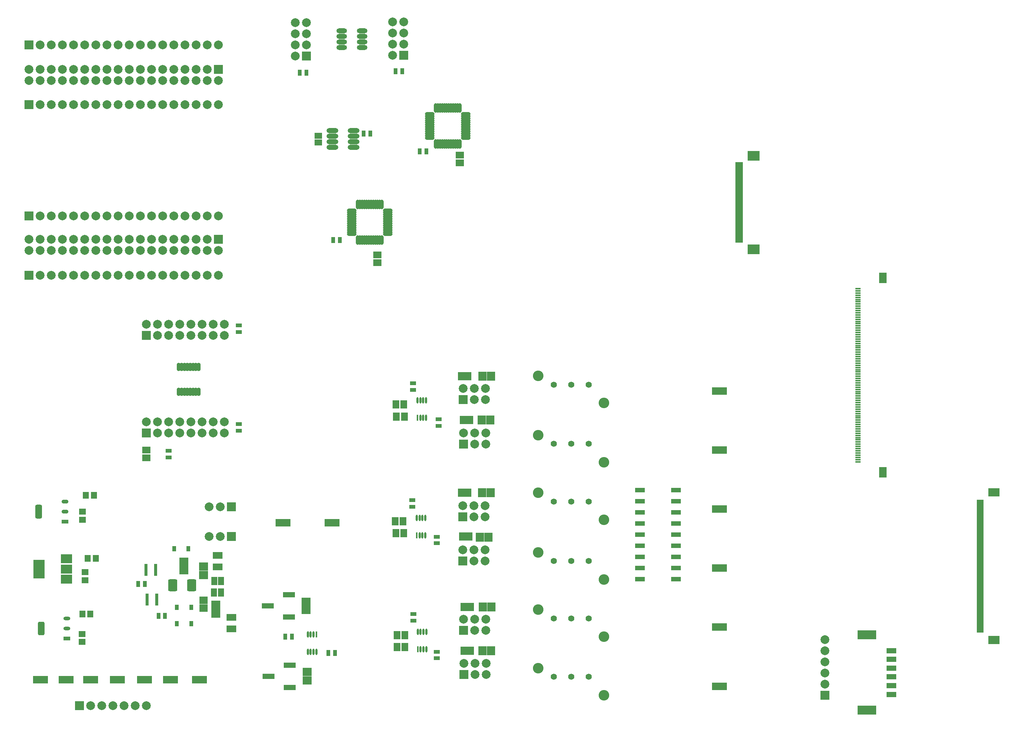
<source format=gts>
G04*
G04 #@! TF.GenerationSoftware,Altium Limited,Altium Designer,22.3.1 (43)*
G04*
G04 Layer_Color=8388736*
%FSLAX25Y25*%
%MOIN*%
G70*
G04*
G04 #@! TF.SameCoordinates,6E0130DB-2DEF-44AD-BCF0-1A686082A26A*
G04*
G04*
G04 #@! TF.FilePolarity,Negative*
G04*
G01*
G75*
G04:AMPARAMS|DCode=23|XSize=61.4mil|YSize=32.76mil|CornerRadius=16.38mil|HoleSize=0mil|Usage=FLASHONLY|Rotation=180.000|XOffset=0mil|YOffset=0mil|HoleType=Round|Shape=RoundedRectangle|*
%AMROUNDEDRECTD23*
21,1,0.06140,0.00000,0,0,180.0*
21,1,0.02864,0.03276,0,0,180.0*
1,1,0.03276,-0.01432,0.00000*
1,1,0.03276,0.01432,0.00000*
1,1,0.03276,0.01432,0.00000*
1,1,0.03276,-0.01432,0.00000*
%
%ADD23ROUNDEDRECTD23*%
G04:AMPARAMS|DCode=24|XSize=61.4mil|YSize=123.31mil|CornerRadius=16.27mil|HoleSize=0mil|Usage=FLASHONLY|Rotation=180.000|XOffset=0mil|YOffset=0mil|HoleType=Round|Shape=RoundedRectangle|*
%AMROUNDEDRECTD24*
21,1,0.06140,0.09077,0,0,180.0*
21,1,0.02886,0.12331,0,0,180.0*
1,1,0.03254,-0.01443,0.04538*
1,1,0.03254,0.01443,0.04538*
1,1,0.03254,0.01443,-0.04538*
1,1,0.03254,-0.01443,-0.04538*
%
%ADD24ROUNDEDRECTD24*%
%ADD25R,0.06140X0.03276*%
%ADD26R,0.09874X0.16961*%
%ADD27R,0.09874X0.07906*%
%ADD28R,0.06316X0.03464*%
G04:AMPARAMS|DCode=29|XSize=63.16mil|YSize=34.64mil|CornerRadius=17.32mil|HoleSize=0mil|Usage=FLASHONLY|Rotation=180.000|XOffset=0mil|YOffset=0mil|HoleType=Round|Shape=RoundedRectangle|*
%AMROUNDEDRECTD29*
21,1,0.06316,0.00000,0,0,180.0*
21,1,0.02852,0.03464,0,0,180.0*
1,1,0.03464,-0.01426,0.00000*
1,1,0.03464,0.01426,0.00000*
1,1,0.03464,0.01426,0.00000*
1,1,0.03464,-0.01426,0.00000*
%
%ADD29ROUNDEDRECTD29*%
G04:AMPARAMS|DCode=30|XSize=63.16mil|YSize=125.19mil|CornerRadius=17.37mil|HoleSize=0mil|Usage=FLASHONLY|Rotation=180.000|XOffset=0mil|YOffset=0mil|HoleType=Round|Shape=RoundedRectangle|*
%AMROUNDEDRECTD30*
21,1,0.06316,0.09045,0,0,180.0*
21,1,0.02842,0.12519,0,0,180.0*
1,1,0.03474,-0.01421,0.04523*
1,1,0.03474,0.01421,0.04523*
1,1,0.03474,0.01421,-0.04523*
1,1,0.03474,-0.01421,-0.04523*
%
%ADD30ROUNDEDRECTD30*%
%ADD31R,0.07118X0.05543*%
%ADD32R,0.08102X0.08102*%
%ADD33R,0.08693X0.06331*%
%ADD34R,0.08102X0.07906*%
%ADD35R,0.03740X0.05315*%
%ADD36O,0.10661X0.04362*%
%ADD37R,0.05315X0.03740*%
%ADD38R,0.07315X0.05937*%
%ADD39O,0.03378X0.07512*%
%ADD40O,0.09480X0.04362*%
%ADD41O,0.08496X0.03181*%
%ADD42O,0.03181X0.08496*%
%ADD43R,0.03600X0.04800*%
%ADD44R,0.08102X0.07315*%
%ADD45O,0.08299X0.03181*%
%ADD46R,0.05740X0.07315*%
%ADD47R,0.07709X0.06528*%
%ADD48R,0.03150X0.10630*%
%ADD49R,0.06127X0.05727*%
G04:AMPARAMS|DCode=50|XSize=57.25mil|YSize=17.16mil|CornerRadius=8.58mil|HoleSize=0mil|Usage=FLASHONLY|Rotation=90.000|XOffset=0mil|YOffset=0mil|HoleType=Round|Shape=RoundedRectangle|*
%AMROUNDEDRECTD50*
21,1,0.05725,0.00000,0,0,90.0*
21,1,0.04009,0.01716,0,0,90.0*
1,1,0.01716,0.00000,0.02005*
1,1,0.01716,0.00000,-0.02005*
1,1,0.01716,0.00000,-0.02005*
1,1,0.01716,0.00000,0.02005*
%
%ADD50ROUNDEDRECTD50*%
%ADD51R,0.01716X0.05725*%
%ADD52R,0.05937X0.07315*%
%ADD53R,0.07315X0.08102*%
%ADD54R,0.07087X0.09252*%
%ADD55R,0.07118X0.03181*%
%ADD56R,0.10661X0.09087*%
%ADD57R,0.05937X0.03181*%
%ADD58R,0.10465X0.07512*%
%ADD59R,0.08500X0.04016*%
%ADD60R,0.05727X0.06127*%
%ADD61R,0.08102X0.07512*%
%ADD62R,0.13504X0.07008*%
%ADD63R,0.10984X0.04685*%
%ADD64R,0.08661X0.04724*%
%ADD65R,0.16535X0.07874*%
%ADD66R,0.05118X0.01181*%
%ADD67R,0.07906X0.07906*%
%ADD68C,0.07906*%
%ADD69R,0.07906X0.07906*%
%ADD70C,0.09500*%
%ADD71C,0.05500*%
D23*
X49031Y89500D02*
D03*
Y98555D02*
D03*
D24*
X25990Y89500D02*
D03*
D25*
X49031Y80445D02*
D03*
D26*
X23950Y143026D02*
D03*
D27*
X48753Y152081D02*
D03*
Y143026D02*
D03*
Y133971D02*
D03*
D28*
X47353Y185528D02*
D03*
D29*
Y194583D02*
D03*
Y203639D02*
D03*
D30*
X23731Y194583D02*
D03*
D31*
X274799Y526228D02*
D03*
Y532331D02*
D03*
D32*
X154135Y142056D02*
D03*
Y149339D02*
D03*
D33*
X184361Y155166D02*
D03*
Y144930D02*
D03*
X196700Y99510D02*
D03*
Y89274D02*
D03*
D34*
X182672Y110447D02*
D03*
Y103361D02*
D03*
D35*
X245083Y82244D02*
D03*
X250988D02*
D03*
X289700Y67400D02*
D03*
X283795D02*
D03*
X349905Y590355D02*
D03*
X344000D02*
D03*
X257995Y588986D02*
D03*
X263900D02*
D03*
X315333Y534203D02*
D03*
X321239D02*
D03*
X294023Y438403D02*
D03*
X288118D02*
D03*
X137216Y100879D02*
D03*
X131310D02*
D03*
X371576Y518293D02*
D03*
X365670D02*
D03*
X113063Y129379D02*
D03*
X118969D02*
D03*
D36*
X287527Y536779D02*
D03*
Y531779D02*
D03*
Y526780D02*
D03*
Y521779D02*
D03*
X306424Y536779D02*
D03*
Y531779D02*
D03*
Y526780D02*
D03*
Y521779D02*
D03*
D37*
X140355Y249059D02*
D03*
Y243154D02*
D03*
X203355Y361751D02*
D03*
Y355846D02*
D03*
X203555Y267147D02*
D03*
Y273053D02*
D03*
X382613Y277558D02*
D03*
Y271652D02*
D03*
X359697Y303963D02*
D03*
Y309869D02*
D03*
X381128Y172007D02*
D03*
Y166102D02*
D03*
X359217Y204901D02*
D03*
Y198995D02*
D03*
X360183Y96689D02*
D03*
Y102595D02*
D03*
X381128Y62714D02*
D03*
Y68620D02*
D03*
D38*
X120500Y250043D02*
D03*
Y242957D02*
D03*
X401702Y515016D02*
D03*
Y507930D02*
D03*
X327890Y418064D02*
D03*
Y425150D02*
D03*
D39*
X167414Y324400D02*
D03*
X164855D02*
D03*
X162296D02*
D03*
X159737D02*
D03*
X157178D02*
D03*
X154619D02*
D03*
X152060D02*
D03*
X149501D02*
D03*
X167414Y302353D02*
D03*
X164855D02*
D03*
X162296D02*
D03*
X159737D02*
D03*
X157178D02*
D03*
X154619D02*
D03*
X152060D02*
D03*
X149501D02*
D03*
D40*
X295648Y626441D02*
D03*
Y621441D02*
D03*
Y616441D02*
D03*
Y611441D02*
D03*
X314152Y626441D02*
D03*
Y621441D02*
D03*
Y616441D02*
D03*
Y611441D02*
D03*
D41*
X374734Y551920D02*
D03*
Y549951D02*
D03*
Y547983D02*
D03*
Y546014D02*
D03*
Y544046D02*
D03*
Y542077D02*
D03*
Y540109D02*
D03*
Y538140D02*
D03*
Y536172D02*
D03*
Y534203D02*
D03*
Y532235D02*
D03*
Y530266D02*
D03*
X407017D02*
D03*
Y532235D02*
D03*
Y534203D02*
D03*
Y536172D02*
D03*
Y538140D02*
D03*
Y540109D02*
D03*
Y542077D02*
D03*
Y544046D02*
D03*
Y546014D02*
D03*
Y547983D02*
D03*
Y549951D02*
D03*
Y551920D02*
D03*
X304858Y465372D02*
D03*
Y463403D02*
D03*
Y461435D02*
D03*
Y459466D02*
D03*
Y457498D02*
D03*
Y455529D02*
D03*
Y453560D02*
D03*
Y451592D02*
D03*
Y449623D02*
D03*
Y447655D02*
D03*
Y445686D02*
D03*
Y443718D02*
D03*
X337142D02*
D03*
Y445686D02*
D03*
Y447655D02*
D03*
Y449623D02*
D03*
Y451592D02*
D03*
Y453560D02*
D03*
Y455529D02*
D03*
Y457498D02*
D03*
Y459466D02*
D03*
Y461435D02*
D03*
Y463403D02*
D03*
Y465372D02*
D03*
D42*
X380049Y524951D02*
D03*
X382017D02*
D03*
X383986D02*
D03*
X385954D02*
D03*
X387923D02*
D03*
X389891D02*
D03*
X391860D02*
D03*
X397765D02*
D03*
X401702Y557235D02*
D03*
X399734D02*
D03*
X397765D02*
D03*
X395797D02*
D03*
X393828D02*
D03*
X391860D02*
D03*
X389891D02*
D03*
X387923D02*
D03*
X385954D02*
D03*
X383986D02*
D03*
X382017D02*
D03*
X380049D02*
D03*
X399734Y524951D02*
D03*
X401702D02*
D03*
X393828D02*
D03*
X395797D02*
D03*
X323953Y438403D02*
D03*
X325921D02*
D03*
X331827D02*
D03*
X329858D02*
D03*
X310173D02*
D03*
X312142D02*
D03*
X314110D02*
D03*
X316079D02*
D03*
X318047D02*
D03*
X320016D02*
D03*
X321984D02*
D03*
X327890D02*
D03*
X331827Y470686D02*
D03*
X329858D02*
D03*
X327890D02*
D03*
X325921D02*
D03*
X323953D02*
D03*
X321984D02*
D03*
X320016D02*
D03*
X318047D02*
D03*
X316079D02*
D03*
X314110D02*
D03*
X312142D02*
D03*
X310173D02*
D03*
D43*
X145227Y161158D02*
D03*
X158127D02*
D03*
X160585Y108479D02*
D03*
X147685D02*
D03*
Y93808D02*
D03*
X160585D02*
D03*
D44*
X171563Y145205D02*
D03*
Y137528D02*
D03*
D45*
X144197Y132371D02*
D03*
Y128434D02*
D03*
Y124497D02*
D03*
X160929Y132371D02*
D03*
Y130403D02*
D03*
Y126466D02*
D03*
Y124497D02*
D03*
X144197Y126466D02*
D03*
Y130403D02*
D03*
X160929Y128434D02*
D03*
D46*
X181310Y132371D02*
D03*
X187413D02*
D03*
X181195Y121741D02*
D03*
X187297D02*
D03*
D47*
X171563Y114923D02*
D03*
Y108033D02*
D03*
D48*
X128814Y142351D02*
D03*
X120153D02*
D03*
X129724Y115590D02*
D03*
X121063D02*
D03*
D49*
X62758Y77378D02*
D03*
Y84668D02*
D03*
X62958Y194600D02*
D03*
Y187310D02*
D03*
X65367Y140072D02*
D03*
Y132782D02*
D03*
D50*
X363700Y294572D02*
D03*
X366259D02*
D03*
X368818D02*
D03*
X371377D02*
D03*
Y278821D02*
D03*
X368818D02*
D03*
X366259D02*
D03*
X363011Y188851D02*
D03*
X365570D02*
D03*
X368130D02*
D03*
X370689D02*
D03*
Y173100D02*
D03*
X368130D02*
D03*
X365570D02*
D03*
X363977Y86545D02*
D03*
X366536D02*
D03*
X369095D02*
D03*
X371654D02*
D03*
Y70794D02*
D03*
X369095D02*
D03*
X366536D02*
D03*
X270404Y84214D02*
D03*
X267845D02*
D03*
X265286D02*
D03*
Y68463D02*
D03*
X267845D02*
D03*
X270404D02*
D03*
X272963D02*
D03*
D51*
X363700Y278821D02*
D03*
X363011Y173100D02*
D03*
X363977Y70794D02*
D03*
X272963Y84214D02*
D03*
D52*
X351946Y280038D02*
D03*
X344859D02*
D03*
X351552Y291022D02*
D03*
X344466D02*
D03*
X350734Y186002D02*
D03*
X343648D02*
D03*
X410569Y276918D02*
D03*
X404664D02*
D03*
X409045Y316318D02*
D03*
X403140D02*
D03*
X345345Y72764D02*
D03*
X352432D02*
D03*
X344379Y175070D02*
D03*
X351466D02*
D03*
X405357Y69469D02*
D03*
X411262D02*
D03*
X405413Y109017D02*
D03*
X411318D02*
D03*
X404208Y172318D02*
D03*
X410114D02*
D03*
X403013Y211435D02*
D03*
X408919D02*
D03*
X345257Y83701D02*
D03*
X352343D02*
D03*
D53*
X429769Y69403D02*
D03*
X422092D02*
D03*
X430025Y108951D02*
D03*
X422348D02*
D03*
X427291Y171629D02*
D03*
X419614D02*
D03*
X429260Y211435D02*
D03*
X421582D02*
D03*
X429076Y276852D02*
D03*
X421399D02*
D03*
X429638Y316318D02*
D03*
X421961D02*
D03*
D54*
X781538Y404421D02*
D03*
Y229815D02*
D03*
D55*
X652505Y437822D02*
D03*
Y439791D02*
D03*
Y441759D02*
D03*
Y443728D02*
D03*
Y445696D02*
D03*
Y447665D02*
D03*
Y449633D02*
D03*
Y451602D02*
D03*
Y453570D02*
D03*
Y455539D02*
D03*
Y457507D02*
D03*
Y459476D02*
D03*
Y461444D02*
D03*
Y463413D02*
D03*
Y465381D02*
D03*
Y467350D02*
D03*
Y469318D02*
D03*
Y471287D02*
D03*
Y473255D02*
D03*
Y475224D02*
D03*
Y477192D02*
D03*
Y479161D02*
D03*
Y481129D02*
D03*
Y483098D02*
D03*
Y485066D02*
D03*
Y487035D02*
D03*
Y489003D02*
D03*
Y490972D02*
D03*
Y492940D02*
D03*
Y494909D02*
D03*
Y496877D02*
D03*
Y498846D02*
D03*
Y500814D02*
D03*
Y502783D02*
D03*
Y504751D02*
D03*
Y506720D02*
D03*
D56*
X665300Y430342D02*
D03*
Y514200D02*
D03*
D57*
X868800Y203659D02*
D03*
Y201691D02*
D03*
Y199722D02*
D03*
Y197754D02*
D03*
Y195785D02*
D03*
Y193816D02*
D03*
Y191848D02*
D03*
Y189880D02*
D03*
Y187911D02*
D03*
Y185942D02*
D03*
Y183974D02*
D03*
Y182006D02*
D03*
Y180037D02*
D03*
Y178068D02*
D03*
Y176100D02*
D03*
Y174132D02*
D03*
Y172163D02*
D03*
Y170194D02*
D03*
Y168226D02*
D03*
Y166258D02*
D03*
Y144604D02*
D03*
Y142635D02*
D03*
Y140667D02*
D03*
Y138698D02*
D03*
Y136730D02*
D03*
Y134761D02*
D03*
Y132793D02*
D03*
Y130824D02*
D03*
Y128856D02*
D03*
Y126887D02*
D03*
Y124919D02*
D03*
Y122950D02*
D03*
Y120982D02*
D03*
Y119013D02*
D03*
Y117045D02*
D03*
Y115076D02*
D03*
Y113108D02*
D03*
Y111139D02*
D03*
Y109171D02*
D03*
Y107202D02*
D03*
Y105234D02*
D03*
Y103265D02*
D03*
Y101297D02*
D03*
Y99328D02*
D03*
Y97360D02*
D03*
Y95391D02*
D03*
Y93423D02*
D03*
Y91454D02*
D03*
Y89486D02*
D03*
Y87517D02*
D03*
Y146572D02*
D03*
Y148541D02*
D03*
Y150510D02*
D03*
Y152478D02*
D03*
Y154446D02*
D03*
Y156415D02*
D03*
Y158384D02*
D03*
Y160352D02*
D03*
Y162320D02*
D03*
Y164289D02*
D03*
D58*
X881103Y79250D02*
D03*
Y211927D02*
D03*
D59*
X563350Y213800D02*
D03*
Y203800D02*
D03*
Y193800D02*
D03*
Y183800D02*
D03*
Y173800D02*
D03*
Y163800D02*
D03*
Y153800D02*
D03*
Y143800D02*
D03*
Y133800D02*
D03*
X595850D02*
D03*
Y143800D02*
D03*
Y153800D02*
D03*
Y163800D02*
D03*
Y173800D02*
D03*
Y183800D02*
D03*
Y193800D02*
D03*
Y203800D02*
D03*
Y213800D02*
D03*
D60*
X73302Y209156D02*
D03*
X75080Y152552D02*
D03*
X70201Y102567D02*
D03*
X66013Y209156D02*
D03*
X62912Y102567D02*
D03*
X67790Y152552D02*
D03*
D61*
X263841Y113672D02*
D03*
X264598Y42950D02*
D03*
Y50430D02*
D03*
X263841Y106192D02*
D03*
D62*
X25450Y43511D02*
D03*
X634600Y249782D02*
D03*
Y143742D02*
D03*
Y37701D02*
D03*
Y302801D02*
D03*
Y196762D02*
D03*
Y90722D02*
D03*
X118677Y43511D02*
D03*
X141950D02*
D03*
X48491D02*
D03*
X94491D02*
D03*
X70550D02*
D03*
X168191D02*
D03*
X286932Y184700D02*
D03*
X242932Y184400D02*
D03*
D63*
X249208Y36611D02*
D03*
Y56611D02*
D03*
X230192Y46611D02*
D03*
X248547Y100011D02*
D03*
Y120010D02*
D03*
X229532Y110011D02*
D03*
D64*
X788925Y69685D02*
D03*
Y61811D02*
D03*
Y53937D02*
D03*
Y46063D02*
D03*
Y38189D02*
D03*
Y30315D02*
D03*
D65*
X766957Y16142D02*
D03*
Y83858D02*
D03*
D66*
X758900Y239362D02*
D03*
Y241331D02*
D03*
Y243299D02*
D03*
Y245268D02*
D03*
Y247236D02*
D03*
Y249205D02*
D03*
Y251173D02*
D03*
Y253142D02*
D03*
Y255110D02*
D03*
Y257079D02*
D03*
Y259047D02*
D03*
Y261016D02*
D03*
Y262984D02*
D03*
Y264953D02*
D03*
Y266921D02*
D03*
Y268890D02*
D03*
Y270858D02*
D03*
Y272827D02*
D03*
Y274795D02*
D03*
Y276764D02*
D03*
Y278732D02*
D03*
Y280701D02*
D03*
Y282669D02*
D03*
Y284638D02*
D03*
Y286606D02*
D03*
Y288575D02*
D03*
Y290543D02*
D03*
Y292512D02*
D03*
Y294480D02*
D03*
Y296449D02*
D03*
Y298417D02*
D03*
Y300386D02*
D03*
Y302354D02*
D03*
Y304323D02*
D03*
Y306291D02*
D03*
Y308260D02*
D03*
Y310228D02*
D03*
Y312197D02*
D03*
Y314165D02*
D03*
Y316134D02*
D03*
Y318102D02*
D03*
Y320071D02*
D03*
Y322039D02*
D03*
Y324008D02*
D03*
Y325976D02*
D03*
Y327945D02*
D03*
Y329913D02*
D03*
Y331882D02*
D03*
Y333850D02*
D03*
Y335819D02*
D03*
Y337787D02*
D03*
Y339756D02*
D03*
Y341724D02*
D03*
Y343693D02*
D03*
Y345661D02*
D03*
Y347630D02*
D03*
Y349598D02*
D03*
Y351567D02*
D03*
Y353535D02*
D03*
Y355504D02*
D03*
Y357472D02*
D03*
Y359441D02*
D03*
Y361409D02*
D03*
Y363378D02*
D03*
Y365347D02*
D03*
Y367315D02*
D03*
Y369284D02*
D03*
Y371252D02*
D03*
Y373220D02*
D03*
Y375189D02*
D03*
Y377157D02*
D03*
Y379126D02*
D03*
Y381095D02*
D03*
Y383063D02*
D03*
Y385032D02*
D03*
Y387000D02*
D03*
Y388968D02*
D03*
Y390937D02*
D03*
Y392905D02*
D03*
Y394874D02*
D03*
D67*
X196661Y172099D02*
D03*
X196618Y198800D02*
D03*
X60500Y20200D02*
D03*
X404769Y295298D02*
D03*
X404928Y255231D02*
D03*
X404340Y189979D02*
D03*
Y150340D02*
D03*
X405156Y87931D02*
D03*
X405328Y48312D02*
D03*
X120355Y265300D02*
D03*
X120555Y353000D02*
D03*
X14900Y406945D02*
D03*
X184900Y439045D02*
D03*
X14900Y460045D02*
D03*
Y560045D02*
D03*
X184900Y591845D02*
D03*
X14900Y613945D02*
D03*
D68*
X186661Y172099D02*
D03*
X176661D02*
D03*
X186618Y198800D02*
D03*
X176618D02*
D03*
X120500Y20200D02*
D03*
X110500D02*
D03*
X100500D02*
D03*
X90500D02*
D03*
X70500D02*
D03*
X80500D02*
D03*
X404769Y305298D02*
D03*
X414769Y295298D02*
D03*
Y305298D02*
D03*
X424769Y295298D02*
D03*
Y305298D02*
D03*
X404928Y265231D02*
D03*
X414928Y255231D02*
D03*
Y265231D02*
D03*
X424929Y255231D02*
D03*
Y265231D02*
D03*
X404340Y199979D02*
D03*
X414340Y189979D02*
D03*
Y199979D02*
D03*
X424340Y189979D02*
D03*
Y199979D02*
D03*
X404340Y160340D02*
D03*
X414340Y150340D02*
D03*
Y160340D02*
D03*
X424340Y150340D02*
D03*
Y160340D02*
D03*
X405156Y97931D02*
D03*
X415156Y87931D02*
D03*
Y97931D02*
D03*
X425156Y87931D02*
D03*
Y97931D02*
D03*
X405328Y58312D02*
D03*
X415328Y48312D02*
D03*
Y58312D02*
D03*
X425327Y48312D02*
D03*
Y58312D02*
D03*
X253900Y603855D02*
D03*
X263900Y613855D02*
D03*
X253900D02*
D03*
X263900Y623855D02*
D03*
X253900D02*
D03*
X263900Y633855D02*
D03*
X253900D02*
D03*
X140555Y363000D02*
D03*
X351465Y634610D02*
D03*
Y624610D02*
D03*
X24900Y591845D02*
D03*
Y613945D02*
D03*
X190355Y275300D02*
D03*
Y265300D02*
D03*
X180355Y275300D02*
D03*
Y265300D02*
D03*
X170355Y275300D02*
D03*
Y265300D02*
D03*
X160355Y275300D02*
D03*
Y265300D02*
D03*
X150355Y275300D02*
D03*
Y265300D02*
D03*
X140355Y275300D02*
D03*
Y265300D02*
D03*
X130355Y275300D02*
D03*
Y265300D02*
D03*
X120355Y275300D02*
D03*
X190555Y363000D02*
D03*
Y353000D02*
D03*
X180555Y363000D02*
D03*
Y353000D02*
D03*
X170555Y363000D02*
D03*
Y353000D02*
D03*
X160555Y363000D02*
D03*
Y353000D02*
D03*
X150555Y363000D02*
D03*
Y353000D02*
D03*
X140555D02*
D03*
X130555Y363000D02*
D03*
Y353000D02*
D03*
X120555Y363000D02*
D03*
X341465Y604610D02*
D03*
X351465Y614610D02*
D03*
X341465D02*
D03*
Y624610D02*
D03*
Y634610D02*
D03*
X24900Y406945D02*
D03*
X34900D02*
D03*
X44900D02*
D03*
X54900D02*
D03*
X64900D02*
D03*
X74900D02*
D03*
X84900D02*
D03*
X94900D02*
D03*
X104900D02*
D03*
X114900D02*
D03*
X124900D02*
D03*
X134900D02*
D03*
X144900D02*
D03*
X154900D02*
D03*
X164900D02*
D03*
X174900D02*
D03*
X184900D02*
D03*
Y429045D02*
D03*
X174900Y439045D02*
D03*
Y429045D02*
D03*
X164900Y439045D02*
D03*
Y429045D02*
D03*
X154900Y439045D02*
D03*
Y429045D02*
D03*
X144900Y439045D02*
D03*
Y429045D02*
D03*
X134900Y439045D02*
D03*
Y429045D02*
D03*
X124900Y439045D02*
D03*
Y429045D02*
D03*
X114900Y439045D02*
D03*
Y429045D02*
D03*
X104900Y439045D02*
D03*
Y429045D02*
D03*
X94900Y439045D02*
D03*
Y429045D02*
D03*
X84900Y439045D02*
D03*
Y429045D02*
D03*
X74900Y439045D02*
D03*
Y429045D02*
D03*
X64900Y439045D02*
D03*
Y429045D02*
D03*
X54900Y439045D02*
D03*
Y429045D02*
D03*
X44900Y439045D02*
D03*
Y429045D02*
D03*
X34900Y439045D02*
D03*
Y429045D02*
D03*
X24900Y439045D02*
D03*
Y429045D02*
D03*
X14900Y439045D02*
D03*
Y429045D02*
D03*
X24900Y460045D02*
D03*
X34900D02*
D03*
X44900D02*
D03*
X54900D02*
D03*
X64900D02*
D03*
X74900D02*
D03*
X84900D02*
D03*
X94900D02*
D03*
X104900D02*
D03*
X114900D02*
D03*
X124900D02*
D03*
X134900D02*
D03*
X144900D02*
D03*
X154900D02*
D03*
X164900D02*
D03*
X174900D02*
D03*
X184900D02*
D03*
X24900Y560045D02*
D03*
X34900D02*
D03*
X44900D02*
D03*
X54900D02*
D03*
X64900D02*
D03*
X74900D02*
D03*
X84900D02*
D03*
X94900D02*
D03*
X104900D02*
D03*
X114900D02*
D03*
X124900D02*
D03*
X134900D02*
D03*
X144900D02*
D03*
X154900D02*
D03*
X164900D02*
D03*
X174900D02*
D03*
X184900D02*
D03*
Y581845D02*
D03*
X174900Y591845D02*
D03*
Y581845D02*
D03*
X164900Y591845D02*
D03*
Y581845D02*
D03*
X154900Y591845D02*
D03*
Y581845D02*
D03*
X144900Y591845D02*
D03*
Y581845D02*
D03*
X134900Y591845D02*
D03*
Y581845D02*
D03*
X124900Y591845D02*
D03*
Y581845D02*
D03*
X114900Y591845D02*
D03*
Y581845D02*
D03*
X104900Y591845D02*
D03*
Y581845D02*
D03*
X94900Y591845D02*
D03*
Y581845D02*
D03*
X84900Y591845D02*
D03*
Y581845D02*
D03*
X74900Y591845D02*
D03*
Y581845D02*
D03*
X64900Y591845D02*
D03*
Y581845D02*
D03*
X54900Y591845D02*
D03*
Y581845D02*
D03*
X44900Y591845D02*
D03*
Y581845D02*
D03*
X34900Y591845D02*
D03*
Y581845D02*
D03*
X24900D02*
D03*
X14900Y591845D02*
D03*
Y581845D02*
D03*
X34900Y613945D02*
D03*
X44900D02*
D03*
X54900D02*
D03*
X64900D02*
D03*
X74900D02*
D03*
X84900D02*
D03*
X94900D02*
D03*
X104900D02*
D03*
X114900D02*
D03*
X124900D02*
D03*
X134900D02*
D03*
X144900D02*
D03*
X154900D02*
D03*
X164900D02*
D03*
X174900D02*
D03*
X184900D02*
D03*
X729300Y39500D02*
D03*
Y49500D02*
D03*
Y59500D02*
D03*
Y69500D02*
D03*
Y79500D02*
D03*
D69*
X263900Y603855D02*
D03*
X351465Y604610D02*
D03*
X729300Y29500D02*
D03*
D70*
X531145Y82118D02*
D03*
X472145Y106518D02*
D03*
X531145Y292198D02*
D03*
X472145Y316598D02*
D03*
X531145Y187158D02*
D03*
X472145Y211558D02*
D03*
X531145Y238901D02*
D03*
X472145Y263301D02*
D03*
X531145Y133640D02*
D03*
X472145Y158040D02*
D03*
X531145Y29598D02*
D03*
X472145Y53998D02*
D03*
D71*
X517345Y98618D02*
D03*
X501645D02*
D03*
X485945D02*
D03*
X517345Y308698D02*
D03*
X501645D02*
D03*
X485945D02*
D03*
X517345Y203658D02*
D03*
X501645D02*
D03*
X485945D02*
D03*
X517345Y255401D02*
D03*
X501645D02*
D03*
X485945D02*
D03*
X517345Y150140D02*
D03*
X501645D02*
D03*
X485945D02*
D03*
X517345Y46098D02*
D03*
X501645D02*
D03*
X485945D02*
D03*
M02*

</source>
